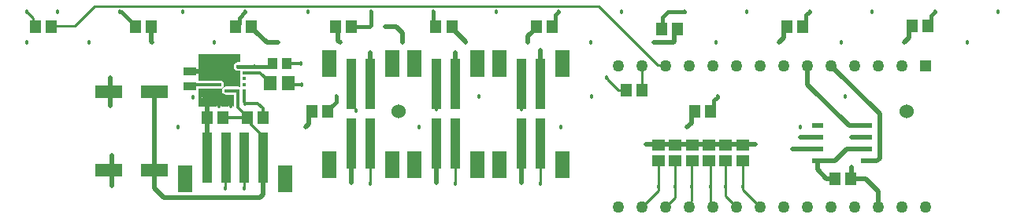
<source format=gbr>
%TF.GenerationSoftware,Altium Limited,Altium Designer,20.0.11 (256)*%
G04 Layer_Physical_Order=1*
G04 Layer_Color=255*
%FSLAX26Y26*%
%MOIN*%
%TF.FileFunction,Copper,L1,Top,Signal*%
%TF.Part,Single*%
G01*
G75*
%TA.AperFunction,SMDPad,CuDef*%
%ADD10R,0.047244X0.057087*%
%ADD11R,0.047244X0.055118*%
%ADD12R,0.039370X0.216535*%
%ADD13R,0.062992X0.118110*%
%ADD14R,0.112205X0.055118*%
%ADD15R,0.055118X0.047244*%
%ADD16R,0.053150X0.061024*%
%ADD17R,0.053150X0.037402*%
%ADD18R,0.039370X0.051181*%
%TA.AperFunction,BGAPad,CuDef*%
%ADD19C,0.014567*%
%TA.AperFunction,SMDPad,CuDef*%
G04:AMPARAMS|DCode=20|XSize=21.654mil|YSize=49.213mil|CornerRadius=1.949mil|HoleSize=0mil|Usage=FLASHONLY|Rotation=270.000|XOffset=0mil|YOffset=0mil|HoleType=Round|Shape=RoundedRectangle|*
%AMROUNDEDRECTD20*
21,1,0.021654,0.045315,0,0,270.0*
21,1,0.017756,0.049213,0,0,270.0*
1,1,0.003898,-0.022657,-0.008878*
1,1,0.003898,-0.022657,0.008878*
1,1,0.003898,0.022657,0.008878*
1,1,0.003898,0.022657,-0.008878*
%
%ADD20ROUNDEDRECTD20*%
%TA.AperFunction,Conductor*%
%ADD21C,0.020000*%
%ADD22C,0.010000*%
%ADD23C,0.016000*%
%ADD24C,0.014000*%
%ADD25C,0.012000*%
%TA.AperFunction,ViaPad*%
%ADD26C,0.060000*%
%TA.AperFunction,ComponentPad*%
%ADD27R,0.050000X0.050000*%
%ADD28C,0.050000*%
%TA.AperFunction,ViaPad*%
%ADD29C,0.018000*%
G36*
X5260000Y1699998D02*
Y1665124D01*
X5250000D01*
X5242977Y1663727D01*
X5237023Y1659749D01*
X5233044Y1653795D01*
X5231647Y1646772D01*
X5233044Y1639748D01*
X5237023Y1633794D01*
X5242977Y1629816D01*
X5250000Y1628419D01*
X5259640D01*
X5259310Y1627925D01*
X5257968Y1621181D01*
X5259310Y1614438D01*
X5260000Y1613405D01*
Y1603367D01*
X5259310Y1602334D01*
X5257968Y1595591D01*
X5259310Y1588847D01*
X5260000Y1587814D01*
X5260000Y1577776D01*
X5259310Y1576744D01*
X5257968Y1570000D01*
X5259310Y1563256D01*
X5260000Y1562224D01*
Y1558514D01*
X5256744Y1560690D01*
X5250000Y1562032D01*
X5248547Y1561743D01*
X5225862D01*
X5224409Y1562032D01*
X5222957Y1561743D01*
X5200272D01*
X5198819Y1562032D01*
X5192075Y1560690D01*
X5186358Y1556870D01*
X5182538Y1551153D01*
X5181197Y1544409D01*
X5182538Y1537666D01*
X5186358Y1531949D01*
X5192075Y1528129D01*
X5198819Y1526787D01*
X5200272Y1527076D01*
X5222957D01*
X5224409Y1526787D01*
X5225862Y1527076D01*
X5232667D01*
Y1475591D01*
X5227878Y1475591D01*
X5228478Y1476488D01*
X5229176Y1480000D01*
X5228478Y1483512D01*
X5226489Y1486489D01*
X5225000Y1487483D01*
Y1480000D01*
X5215000D01*
Y1487483D01*
X5213511Y1486489D01*
X5211522Y1483512D01*
X5210824Y1480000D01*
X5211522Y1476488D01*
X5212122Y1475591D01*
X5177878D01*
X5178478Y1476488D01*
X5179176Y1480000D01*
X5178478Y1483512D01*
X5176489Y1486489D01*
X5175000Y1487483D01*
Y1480000D01*
X5165000D01*
Y1487483D01*
X5163511Y1486489D01*
X5161522Y1483512D01*
X5160824Y1480000D01*
X5161522Y1476488D01*
X5162122Y1475591D01*
X5127878D01*
X5128478Y1476488D01*
X5129176Y1480000D01*
X5128478Y1483512D01*
X5126489Y1486489D01*
X5125000Y1487483D01*
Y1480000D01*
X5115000D01*
Y1487483D01*
X5113511Y1486489D01*
X5111522Y1483512D01*
X5110824Y1480000D01*
X5111522Y1476488D01*
X5112122Y1475591D01*
X5084410D01*
X5084409Y1553687D01*
X5166650D01*
X5173228Y1552378D01*
X5179972Y1553719D01*
X5185689Y1557539D01*
X5189509Y1563256D01*
X5190850Y1570000D01*
X5189509Y1576744D01*
X5185689Y1582461D01*
X5179972Y1586281D01*
X5173228Y1587622D01*
X5166650Y1586313D01*
X5084409D01*
X5084409Y1699998D01*
X5260000Y1699998D01*
D02*
G37*
%LPC*%
G36*
X5116926Y1668074D02*
Y1665591D01*
X5119409D01*
X5118415Y1667079D01*
X5116926Y1668074D01*
D02*
G37*
G36*
X5106926D02*
X5105438Y1667079D01*
X5104443Y1665591D01*
X5106926D01*
Y1668074D01*
D02*
G37*
G36*
X5119409Y1655591D02*
X5116926D01*
Y1653107D01*
X5118415Y1654102D01*
X5119409Y1655591D01*
D02*
G37*
G36*
X5106926D02*
X5104443D01*
X5105438Y1654102D01*
X5106926Y1653107D01*
Y1655591D01*
D02*
G37*
G36*
X5116926Y1608074D02*
Y1605591D01*
X5119409D01*
X5118415Y1607079D01*
X5116926Y1608074D01*
D02*
G37*
G36*
X5106926D02*
X5105438Y1607079D01*
X5104443Y1605591D01*
X5106926D01*
Y1608074D01*
D02*
G37*
G36*
X5119409Y1595591D02*
X5116926D01*
Y1593107D01*
X5118415Y1594102D01*
X5119409Y1595591D01*
D02*
G37*
G36*
X5106926D02*
X5104443D01*
X5105438Y1594102D01*
X5106926Y1593107D01*
Y1595591D01*
D02*
G37*
G36*
X5110000Y1527483D02*
Y1525000D01*
X5112483D01*
X5111489Y1526489D01*
X5110000Y1527483D01*
D02*
G37*
G36*
X5100000D02*
X5098511Y1526489D01*
X5097517Y1525000D01*
X5100000D01*
Y1527483D01*
D02*
G37*
G36*
X5112483Y1515000D02*
X5110000D01*
Y1512517D01*
X5111489Y1513511D01*
X5112483Y1515000D01*
D02*
G37*
G36*
X5100000D02*
X5097517D01*
X5098511Y1513511D01*
X5100000Y1512517D01*
Y1515000D01*
D02*
G37*
%LPD*%
D10*
X6958465Y1545000D02*
D03*
X6891535D02*
D03*
X4458465Y1815984D02*
D03*
X4391535D02*
D03*
D11*
X5563071Y1457412D02*
D03*
X5630000D02*
D03*
X7181535Y1455000D02*
D03*
X7248465D02*
D03*
X7571536Y1815000D02*
D03*
X7638465D02*
D03*
X7108465Y1805000D02*
D03*
X7041535D02*
D03*
X6154465Y1815000D02*
D03*
X6087535D02*
D03*
X5306465D02*
D03*
X5239535D02*
D03*
X4882465D02*
D03*
X4815535D02*
D03*
X5663536D02*
D03*
X5730465D02*
D03*
X6511536D02*
D03*
X6578465D02*
D03*
X8101535Y1820000D02*
D03*
X8168465D02*
D03*
X7776535Y1170000D02*
D03*
X7843465D02*
D03*
X5118071Y1430000D02*
D03*
X5185000D02*
D03*
X5355000D02*
D03*
X5288071D02*
D03*
D12*
X5276772Y1258563D02*
D03*
X5198032D02*
D03*
X5355512D02*
D03*
X5119291D02*
D03*
X6528740Y1318583D02*
D03*
X6450000D02*
D03*
X6169055D02*
D03*
X6090315D02*
D03*
X5809370D02*
D03*
X5730630D02*
D03*
Y1571417D02*
D03*
X5809370D02*
D03*
X6090315D02*
D03*
X6169055D02*
D03*
X6450000D02*
D03*
X6528740D02*
D03*
D13*
X5450000Y1169980D02*
D03*
X5024803D02*
D03*
X6623228Y1230000D02*
D03*
X6355512D02*
D03*
X6263543D02*
D03*
X5995827D02*
D03*
X5903858D02*
D03*
X5636142D02*
D03*
Y1660000D02*
D03*
X5903858D02*
D03*
X5995827D02*
D03*
X6263543D02*
D03*
X6355512D02*
D03*
X6623228D02*
D03*
D14*
X4896457Y1540000D02*
D03*
X4703543D02*
D03*
X4896457Y1205000D02*
D03*
X4703543D02*
D03*
D15*
X7385466Y1313465D02*
D03*
Y1246535D02*
D03*
X7030000Y1313465D02*
D03*
Y1246535D02*
D03*
X7101093Y1313465D02*
D03*
Y1246535D02*
D03*
X7172186Y1313465D02*
D03*
Y1246535D02*
D03*
X7243279Y1313465D02*
D03*
Y1246535D02*
D03*
X7314372Y1313465D02*
D03*
Y1246535D02*
D03*
D16*
X5386614Y1575000D02*
D03*
X5463386D02*
D03*
D17*
X5045000Y1564488D02*
D03*
Y1625512D02*
D03*
D18*
X5454528Y1660000D02*
D03*
X5395472D02*
D03*
D19*
X5275591Y1544409D02*
D03*
X5250000D02*
D03*
X5224409D02*
D03*
X5198819D02*
D03*
X5173228D02*
D03*
X5275591Y1570000D02*
D03*
X5250000D02*
D03*
X5224409D02*
D03*
X5198819D02*
D03*
X5173228D02*
D03*
X5275591Y1595591D02*
D03*
X5250000D02*
D03*
X5224409D02*
D03*
X5198819D02*
D03*
X5173228D02*
D03*
X5275591Y1621181D02*
D03*
X5250000D02*
D03*
X5224409D02*
D03*
X5198819D02*
D03*
X5173228D02*
D03*
X5275591Y1646772D02*
D03*
X5250000D02*
D03*
X5224409D02*
D03*
X5198819D02*
D03*
X5173228D02*
D03*
D20*
X7701654Y1395000D02*
D03*
Y1345000D02*
D03*
Y1295000D02*
D03*
Y1245000D02*
D03*
X7908346Y1395000D02*
D03*
Y1345000D02*
D03*
Y1295000D02*
D03*
Y1245000D02*
D03*
D21*
X7760000Y1650000D02*
X7965000Y1445000D01*
Y1256716D02*
Y1445000D01*
X7167913Y1441378D02*
X7181535Y1455000D01*
X7167913Y1406316D02*
Y1441378D01*
X7150000Y1388403D02*
X7167913Y1406316D01*
X5549449Y1443790D02*
X5563071Y1457412D01*
X5549449Y1402851D02*
Y1443790D01*
X5535000Y1388403D02*
X5549449Y1402851D01*
X5118071Y1430000D02*
Y1478071D01*
X5120000Y1480000D01*
X7557913Y1801378D02*
X7571536Y1815000D01*
X7557913Y1768914D02*
Y1801378D01*
X7539000Y1750000D02*
X7557913Y1768914D01*
X7008333Y1750000D02*
X7093284D01*
X7094842Y1791378D02*
X7108465Y1805000D01*
X7094842Y1751558D02*
Y1791378D01*
X7093284Y1750000D02*
X7094842Y1751558D01*
X6511536Y1811063D02*
Y1815000D01*
X6477666Y1777194D02*
X6511536Y1811063D01*
X6477666Y1750000D02*
Y1777194D01*
X6154465Y1811063D02*
Y1815000D01*
Y1811063D02*
X6212333Y1753195D01*
Y1750000D02*
Y1753195D01*
X5663536Y1815000D02*
X5674226Y1804310D01*
Y1757441D02*
Y1804310D01*
Y1757441D02*
X5681667Y1750000D01*
X5306465Y1811063D02*
Y1815000D01*
Y1811063D02*
X5320087Y1797441D01*
X5324024D01*
X5371465Y1750000D01*
X5420000D01*
X4882465Y1753202D02*
Y1815000D01*
Y1753202D02*
X4885667Y1750000D01*
X5118681Y1259173D02*
X5119291Y1258563D01*
X5118681Y1259173D02*
Y1429390D01*
X5118071Y1430000D02*
X5118681Y1429390D01*
X4896457Y1128543D02*
X4935000Y1090000D01*
X5355512Y1101716D02*
Y1233563D01*
X5343796Y1090000D02*
X5355512Y1101716D01*
X4935000Y1090000D02*
X5343796D01*
X7630000Y1345000D02*
X7701654D01*
X5045000Y1625512D02*
X5114488D01*
X5115000Y1625000D01*
X8087913Y1806378D02*
X8101535Y1820000D01*
X8087913Y1768247D02*
Y1806378D01*
X8069666Y1750000D02*
X8087913Y1768247D01*
X4896457Y1205000D02*
Y1540000D01*
Y1128543D02*
Y1205000D01*
X4715000Y1140000D02*
Y1270000D01*
X4710000Y1480000D02*
Y1600000D01*
X6450000Y1318583D02*
X6450630Y1317953D01*
Y1153583D02*
Y1317953D01*
X6090315Y1318583D02*
X6090630Y1318268D01*
Y1153583D02*
Y1318268D01*
X5730630Y1153583D02*
Y1318583D01*
X7660000Y1570000D02*
Y1650000D01*
Y1570000D02*
X7835000Y1395000D01*
X5947000Y1750000D02*
Y1788000D01*
X5920000Y1815000D02*
X5947000Y1788000D01*
X5871667Y1815000D02*
X5920000D01*
X7595000Y1295000D02*
X7701654D01*
X7835000Y1395000D02*
X7908346D01*
X7953284Y1245000D02*
X7965000Y1256716D01*
X7908346Y1245000D02*
X7953284D01*
X7960000Y1050000D02*
Y1115000D01*
X7843465Y1170000D02*
X7905000D01*
X7960000Y1115000D01*
X7845000Y1345000D02*
X7908346D01*
X7843465Y1170000D02*
X7845000Y1171535D01*
Y1220000D01*
X7701654Y1208346D02*
Y1245000D01*
Y1208346D02*
X7740000Y1170000D01*
X7776535D01*
X6975000Y1315000D02*
X7440000D01*
X7825000Y1295000D02*
X7908346D01*
X7805000Y1275000D02*
X7825000Y1295000D01*
X7701654Y1245000D02*
X7775000D01*
X7805000Y1275000D01*
X6169370Y1576417D02*
X6170630Y1577677D01*
Y1706417D01*
X5809370Y1576417D02*
X5810000Y1577047D01*
Y1706417D01*
X6528740Y1575000D02*
X6530000Y1576260D01*
Y1715000D01*
X5117913Y1234941D02*
X5119291Y1233563D01*
X5111535Y1430000D02*
X5112913Y1428622D01*
D22*
X4355000Y1880000D02*
Y1880000D01*
X4381330Y1830205D02*
Y1853670D01*
Y1830205D02*
X4391535Y1820000D01*
X4355000Y1880000D02*
X4381330Y1853670D01*
X6890854Y1545681D02*
X6891535Y1545000D01*
X6858771Y1545681D02*
X6890854D01*
X6811531Y1592922D02*
X6858771Y1545681D01*
X6811531Y1592922D02*
Y1598469D01*
X6810000Y1600000D02*
X6811531Y1598469D01*
X6958465Y1545000D02*
X6960000Y1546535D01*
Y1650000D01*
X4644000Y1904000D02*
X6776000D01*
X7026716Y1653284D01*
X7056716D01*
X7060000Y1650000D01*
X4458465Y1820000D02*
X4560000D01*
X4644000Y1904000D01*
X7101093Y1091093D02*
Y1136082D01*
X7100000D02*
Y1245442D01*
X5275000Y1256791D02*
X5276772Y1258563D01*
X5275000Y1130000D02*
Y1256791D01*
X5195000Y1130000D02*
Y1255532D01*
X5198032Y1258563D01*
X6528740Y1318583D02*
X6530000Y1317323D01*
Y1150000D02*
Y1317323D01*
X6169055Y1318583D02*
X6170000Y1317638D01*
Y1150000D02*
Y1317638D01*
X5809370Y1318583D02*
X5810000Y1317953D01*
Y1150000D02*
Y1317953D01*
X7385466Y1124534D02*
Y1246535D01*
Y1124534D02*
X7460000Y1050000D01*
X7314372Y1136082D02*
Y1246535D01*
Y1095628D02*
X7360000Y1050000D01*
X7314372Y1095628D02*
Y1136082D01*
X7243279Y1246535D02*
X7250000Y1239815D01*
Y1136082D02*
Y1239815D01*
X7260000Y1050000D02*
Y1060824D01*
X7250000Y1070824D02*
Y1136082D01*
Y1070824D02*
X7260000Y1060824D01*
X7170000Y1244349D02*
X7172186Y1246535D01*
X7170000Y1136082D02*
Y1244349D01*
Y1075858D02*
Y1136082D01*
X7167654Y1073512D02*
X7170000Y1075858D01*
X7167654Y1057654D02*
Y1073512D01*
X7160000Y1050000D02*
X7167654Y1057654D01*
X7030000Y1136082D02*
Y1246535D01*
Y1120000D02*
Y1136082D01*
X6960000Y1050000D02*
X7030000Y1120000D01*
X7100000Y1245442D02*
X7101093Y1246535D01*
X7060000Y1050000D02*
X7101093Y1091093D01*
D23*
X7248465Y1455000D02*
X7264087Y1470622D01*
Y1501948D01*
X7280000Y1517861D01*
Y1518403D01*
X5630000Y1457412D02*
Y1461349D01*
X5664617Y1495966D01*
Y1518020D01*
X5665000Y1518403D01*
X5730465Y1815000D02*
X5804738D01*
X5811284Y1821546D01*
Y1879617D01*
X7638465Y1815000D02*
X7654087Y1830622D01*
Y1864546D01*
X7669000Y1879459D01*
Y1880000D01*
X7070000D02*
X7138333D01*
X7041535Y1805000D02*
X7046559Y1810024D01*
Y1856559D01*
X7070000Y1880000D01*
X6578465Y1815000D02*
X6594087Y1830622D01*
Y1865879D01*
X6607666Y1879459D01*
Y1880000D01*
X6077382Y1825153D02*
X6087535Y1815000D01*
X6077382Y1825153D02*
Y1879617D01*
X6077000Y1880000D02*
X6077382Y1879617D01*
X5239535Y1815000D02*
X5255158Y1830622D01*
Y1854158D01*
X5281000Y1880000D01*
X4815535Y1815000D02*
Y1818937D01*
X4754855Y1879617D02*
X4815535Y1818937D01*
X4750716Y1879617D02*
X4754855D01*
X4750333Y1880000D02*
X4750716Y1879617D01*
X8168465Y1820000D02*
X8184087Y1835622D01*
Y1863879D01*
X8199666Y1879459D01*
Y1880000D01*
X5811284Y1879617D02*
X5811667Y1880000D01*
X5395472Y1658457D02*
Y1660000D01*
X5383787Y1646772D02*
X5395472Y1658457D01*
X5318409Y1646772D02*
X5383787D01*
X5275591D02*
X5318409D01*
X5250000D02*
X5275591D01*
D24*
X5304693Y1399933D02*
Y1413378D01*
X5342827Y1271248D02*
Y1361799D01*
X5304693Y1399933D02*
X5342827Y1361799D01*
Y1271248D02*
X5355512Y1258563D01*
Y1233563D02*
Y1258563D01*
X5288071Y1430000D02*
X5304693Y1413378D01*
X5275591Y1495492D02*
Y1544409D01*
Y1495492D02*
X5279409Y1491673D01*
Y1490591D02*
Y1491673D01*
X5454528Y1660000D02*
X5515000D01*
X5463386Y1575000D02*
X5468386Y1570000D01*
X5520000D01*
X5355000Y1430000D02*
Y1470000D01*
X5279409Y1490591D02*
X5334409D01*
X5355000Y1470000D01*
X5185000Y1430000D02*
X5288071D01*
X5250000Y1472008D02*
Y1544409D01*
Y1472008D02*
X5288071Y1433937D01*
Y1430000D02*
Y1433937D01*
X5224409Y1544409D02*
X5250000D01*
X5198819D02*
X5224409D01*
D25*
X5275591Y1621181D02*
X5344370D01*
X5386614Y1578937D01*
Y1575000D02*
Y1578937D01*
X5045000Y1564488D02*
X5050512Y1570000D01*
X5173228D01*
D26*
X5930000Y1455000D02*
D03*
X8080000D02*
D03*
D27*
X8160000Y1650000D02*
D03*
D28*
X8060000D02*
D03*
X7960000D02*
D03*
X7860000D02*
D03*
X7760000D02*
D03*
X7660000D02*
D03*
X7560000D02*
D03*
X7460000D02*
D03*
X7360000D02*
D03*
X7260000D02*
D03*
X7160000D02*
D03*
X7060000D02*
D03*
X6960000D02*
D03*
X6860000D02*
D03*
X8160000Y1050000D02*
D03*
X8060000D02*
D03*
X7960000D02*
D03*
X7860000D02*
D03*
X7760000D02*
D03*
X7660000D02*
D03*
X7560000D02*
D03*
X7460000D02*
D03*
X7360000D02*
D03*
X7260000D02*
D03*
X7160000D02*
D03*
X7060000D02*
D03*
X6960000D02*
D03*
X6860000D02*
D03*
D29*
X5750000Y1460000D02*
D03*
X6810000Y1600000D02*
D03*
X5060000Y1515000D02*
D03*
X4995000Y1390000D02*
D03*
X5120000Y1480000D02*
D03*
X6270000Y1520000D02*
D03*
X6015000Y1390000D02*
D03*
X7820000Y1520000D02*
D03*
X7630000Y1390000D02*
D03*
X7150000Y1388403D02*
D03*
X7280000Y1518403D02*
D03*
X6615000Y1388403D02*
D03*
X6745000Y1518403D02*
D03*
X5535000Y1388403D02*
D03*
X5665000Y1518403D02*
D03*
X8335000Y1750000D02*
D03*
X5195000Y1130000D02*
D03*
X7630000Y1345000D02*
D03*
X4715000Y1140000D02*
D03*
Y1270000D02*
D03*
X4710000Y1600000D02*
D03*
Y1480000D02*
D03*
X5810000Y1706417D02*
D03*
Y1150000D02*
D03*
X6170000D02*
D03*
X6530000D02*
D03*
X6090000Y1465000D02*
D03*
X6450000D02*
D03*
X4355000Y1880000D02*
D03*
X7403666D02*
D03*
X7138333D02*
D03*
X6873000D02*
D03*
X6607666D02*
D03*
X6342333D02*
D03*
X6077000D02*
D03*
X5811667D02*
D03*
X5546333D02*
D03*
X5281000D02*
D03*
X5015667D02*
D03*
X4750333D02*
D03*
X4485000D02*
D03*
X8464999D02*
D03*
X7669000D02*
D03*
X7934333D02*
D03*
X8199666D02*
D03*
X5275000Y1130000D02*
D03*
X7595000Y1295000D02*
D03*
X7385000Y1136082D02*
D03*
X7314372D02*
D03*
X7250000D02*
D03*
X7170000D02*
D03*
X7030000D02*
D03*
X7100000D02*
D03*
X7845000Y1345000D02*
D03*
Y1220000D02*
D03*
X5151000Y1750000D02*
D03*
X4885667D02*
D03*
X4620333D02*
D03*
X4355000D02*
D03*
X5420000D02*
D03*
X5681667D02*
D03*
X5947000D02*
D03*
X6212333D02*
D03*
X6477666D02*
D03*
X6743000D02*
D03*
X7008333D02*
D03*
X7273666D02*
D03*
X7539000D02*
D03*
X7804333D02*
D03*
X8069666D02*
D03*
X5515000Y1660000D02*
D03*
X5318409Y1646772D02*
D03*
X5520000Y1570000D02*
D03*
X7805000Y1275000D02*
D03*
X6975000Y1315000D02*
D03*
X7440000D02*
D03*
X6530000Y1715000D02*
D03*
X6170630Y1706417D02*
D03*
X5730630Y1153583D02*
D03*
X6090630D02*
D03*
X6450630D02*
D03*
X5170000Y1480000D02*
D03*
X5220000D02*
D03*
X5279409Y1490591D02*
D03*
X5111926Y1660591D02*
D03*
Y1600591D02*
D03*
X5105000Y1520000D02*
D03*
%TF.MD5,e97e90a6761a600069015599f39ceecc*%
M02*

</source>
